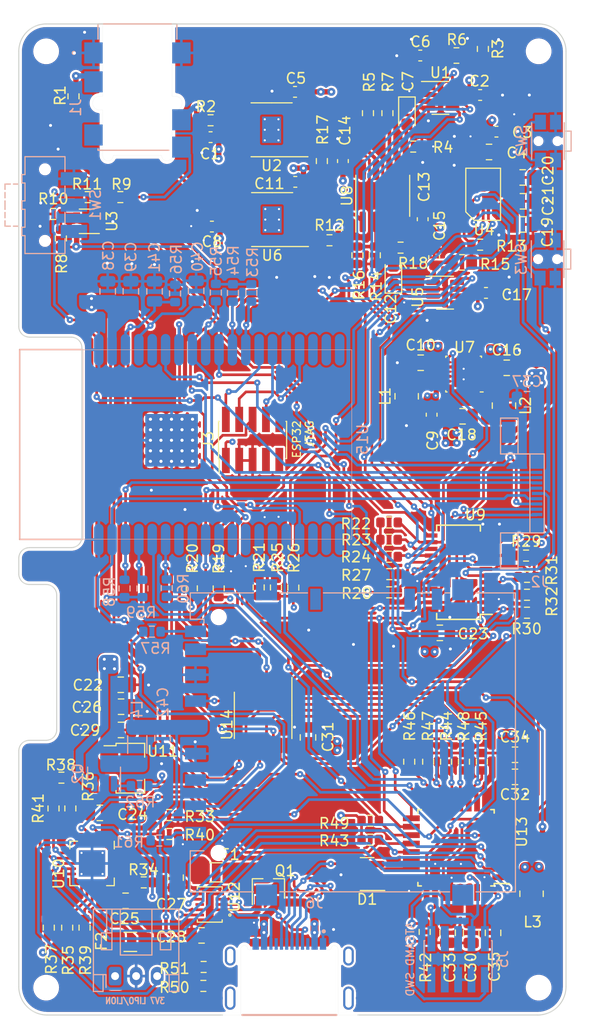
<source format=kicad_pcb>
(kicad_pcb (version 20221018) (generator pcbnew)

  (general
    (thickness 1.566672)
  )

  (paper "A4")
  (layers
    (0 "F.Cu" signal)
    (1 "In1.Cu" signal)
    (2 "In2.Cu" signal)
    (31 "B.Cu" signal)
    (32 "B.Adhes" user "B.Adhesive")
    (33 "F.Adhes" user "F.Adhesive")
    (34 "B.Paste" user)
    (35 "F.Paste" user)
    (36 "B.SilkS" user "B.Silkscreen")
    (37 "F.SilkS" user "F.Silkscreen")
    (38 "B.Mask" user)
    (39 "F.Mask" user)
    (40 "Dwgs.User" user "User.Drawings")
    (41 "Cmts.User" user "User.Comments")
    (42 "Eco1.User" user "User.Eco1")
    (43 "Eco2.User" user "User.Eco2")
    (44 "Edge.Cuts" user)
    (45 "Margin" user)
    (46 "B.CrtYd" user "B.Courtyard")
    (47 "F.CrtYd" user "F.Courtyard")
    (48 "B.Fab" user)
    (49 "F.Fab" user)
    (50 "User.1" user)
    (51 "User.2" user)
    (52 "User.3" user)
    (53 "User.4" user)
    (54 "User.5" user)
    (55 "User.6" user)
    (56 "User.7" user)
    (57 "User.8" user)
    (58 "User.9" user)
  )

  (setup
    (stackup
      (layer "F.SilkS" (type "Top Silk Screen") (color "White"))
      (layer "F.Paste" (type "Top Solder Paste"))
      (layer "F.Mask" (type "Top Solder Mask") (color "Purple") (thickness 0.0254))
      (layer "F.Cu" (type "copper") (thickness 0.04318))
      (layer "dielectric 1" (type "prepreg") (thickness 0.202184) (material "FR408-HR") (epsilon_r 3.69) (loss_tangent 0.0091))
      (layer "In1.Cu" (type "copper") (thickness 0.017272))
      (layer "dielectric 2" (type "core") (thickness 0.9906) (material "FR408-HR") (epsilon_r 3.69) (loss_tangent 0.0091))
      (layer "In2.Cu" (type "copper") (thickness 0.017272))
      (layer "dielectric 3" (type "prepreg") (thickness 0.202184) (material "FR408-HR") (epsilon_r 3.69) (loss_tangent 0.0091))
      (layer "B.Cu" (type "copper") (thickness 0.04318))
      (layer "B.Mask" (type "Bottom Solder Mask") (color "Purple") (thickness 0.0254))
      (layer "B.Paste" (type "Bottom Solder Paste"))
      (layer "B.SilkS" (type "Bottom Silk Screen") (color "White"))
      (copper_finish "ENIG")
      (dielectric_constraints no)
    )
    (pad_to_mask_clearance 0.0508)
    (aux_axis_origin 117.25 51)
    (grid_origin 117.25 51)
    (pcbplotparams
      (layerselection 0x00010fc_ffffffff)
      (plot_on_all_layers_selection 0x0000000_00000000)
      (disableapertmacros false)
      (usegerberextensions true)
      (usegerberattributes true)
      (usegerberadvancedattributes true)
      (creategerberjobfile true)
      (dashed_line_dash_ratio 12.000000)
      (dashed_line_gap_ratio 3.000000)
      (svgprecision 6)
      (plotframeref false)
      (viasonmask false)
      (mode 1)
      (useauxorigin false)
      (hpglpennumber 1)
      (hpglpenspeed 20)
      (hpglpendiameter 15.000000)
      (dxfpolygonmode true)
      (dxfimperialunits true)
      (dxfusepcbnewfont true)
      (psnegative false)
      (psa4output false)
      (plotreference true)
      (plotvalue true)
      (plotinvisibletext false)
      (sketchpadsonfab false)
      (subtractmaskfromsilk false)
      (outputformat 1)
      (mirror false)
      (drillshape 0)
      (scaleselection 1)
      (outputdirectory "gerbers")
    )
  )

  (net 0 "")
  (net 1 "GND")
  (net 2 "/ESP_EN")
  (net 3 "BAT_LEVEL")
  (net 4 "SYS_POWER")
  (net 5 "USB.DP")
  (net 6 "USB.DN")
  (net 7 "~{3.5mm_DETECT}")
  (net 8 "/JTAG.TMS")
  (net 9 "/JTAG.TCK")
  (net 10 "/JTAG.TDO")
  (net 11 "/JTAG.TDI")
  (net 12 "/SWD.SWDIO")
  (net 13 "/SWD.SWCLK")
  (net 14 "/SWD.RESET")
  (net 15 "/Power/NTC")
  (net 16 "~{CHG_PWR_OK}")
  (net 17 "I2C.SCL")
  (net 18 "/Power/VBUS_RAW")
  (net 19 "I2C.SDA")
  (net 20 "ESP_SPI.PICO")
  (net 21 "/Peripherals/~{DISPLAY_RST}")
  (net 22 "ESP_SPI.SCLK")
  (net 23 "ESP_SPI.DISPLAY_CS")
  (net 24 "DISPLAY_LED_EN")
  (net 25 "DAC.SCK")
  (net 26 "/ESP_BOOT")
  (net 27 "~{SD_VDD_EN}")
  (net 28 "/UART.ESP.TX")
  (net 29 "ESP_SPI.POCI")
  (net 30 "DAC.DATA")
  (net 31 "DAC.BCK")
  (net 32 "ESP_SPI.SD_CS")
  (net 33 "DAC.LRCK")
  (net 34 "SAMD_SPI.POCI")
  (net 35 "/UART.ESP.RX")
  (net 36 "SAMD_SPI.CS")
  (net 37 "SAMD_SPI.PICO")
  (net 38 "/~{SAMD_INT}")
  (net 39 "SAMD_SPI.SCLK")
  (net 40 "CHG_SEL")
  (net 41 "AMP_EN")
  (net 42 "/Power/VBUS_SWITCHED")
  (net 43 "~{GPIO_INT}")
  (net 44 "USB_TCC0")
  (net 45 "USB_TCC1")
  (net 46 "KEY_LOCK")
  (net 47 "CHG_STAT1")
  (net 48 "CHG_STAT2")
  (net 49 "~{TOUCH_INT}")
  (net 50 "DISPLAY_DR")
  (net 51 "+3V3")
  (net 52 "+5VA")
  (net 53 "-5VA")
  (net 54 "KEY_VOL_UP")
  (net 55 "Net-(J7-Pin_1)")
  (net 56 "Net-(J1-Pad2)")
  (net 57 "Net-(J1-Pad3)")
  (net 58 "/Audio/TIP_SW")
  (net 59 "KEY_VOL_DOWN")
  (net 60 "Net-(J4-CD{slash}DAT3)")
  (net 61 "Net-(J4-CMD)")
  (net 62 "Net-(J4-CLK)")
  (net 63 "Net-(J4-DAT0)")
  (net 64 "Net-(J4-DAT1)")
  (net 65 "Net-(J4-DAT2)")
  (net 66 "unconnected-(J1-Pad6)")
  (net 67 "/Power/CC1")
  (net 68 "/Power/CC2")
  (net 69 "Net-(U1-A)")
  (net 70 "Net-(U1-W)")
  (net 71 "Net-(U8B-+)")
  (net 72 "Net-(U5-W)")
  (net 73 "Net-(U8A-+)")
  (net 74 "Net-(U5-A)")
  (net 75 "Net-(U4-VQ)")
  (net 76 "Net-(U4-FIL+)")
  (net 77 "Net-(U10-V_{BAT_SENSE})")
  (net 78 "~{VOL_ZCEN}")
  (net 79 "VOL_UP_~{DOWN}")
  (net 80 "~{VOL_R_CS}")
  (net 81 "~{VOL_L_CS}")
  (net 82 "Net-(U13-VDDCORE)")
  (net 83 "unconnected-(J3-UART_TX-Pad7)")
  (net 84 "unconnected-(J3-UART_RX-Pad9)")
  (net 85 "unconnected-(J3-nRst-Pad10)")
  (net 86 "unconnected-(J5-TDO-Pad6)")
  (net 87 "unconnected-(J5-UART_TX-Pad7)")
  (net 88 "unconnected-(J5-TDI-Pad8)")
  (net 89 "unconnected-(J6-SBU1-PadA8)")
  (net 90 "unconnected-(J6-SBU2-PadB8)")
  (net 91 "Net-(C27-Pad1)")
  (net 92 "Net-(U7-SWN)")
  (net 93 "Net-(U7-SWP)")
  (net 94 "Net-(Q2-D)")
  (net 95 "Net-(Q1-G)")
  (net 96 "Net-(U6-OUT)")
  (net 97 "Net-(U2-OUT)")
  (net 98 "Net-(U4-AOUTL)")
  (net 99 "Net-(U8B--)")
  (net 100 "Net-(U3--)")
  (net 101 "Net-(U3-+)")
  (net 102 "Net-(U6-BW)")
  (net 103 "Net-(U4-AOUTR)")
  (net 104 "Net-(U8A--)")
  (net 105 "Net-(U2-BW)")
  (net 106 "Net-(U14E-~{OE})")
  (net 107 "Net-(U14E-S)")
  (net 108 "Net-(U10-VPCC)")
  (net 109 "Net-(U10-CE)")
  (net 110 "Net-(U10-PROG3)")
  (net 111 "Net-(U10-PROG2)")
  (net 112 "Net-(U10-PROG1)")
  (net 113 "unconnected-(SW1-A-Pad1)")
  (net 114 "unconnected-(U2-NC-Pad2)")
  (net 115 "Net-(U2-IN)")
  (net 116 "unconnected-(U2-NC-Pad5)")
  (net 117 "unconnected-(U2-NC-Pad8)")
  (net 118 "unconnected-(U6-NC-Pad2)")
  (net 119 "Net-(U6-IN)")
  (net 120 "unconnected-(U6-NC-Pad5)")
  (net 121 "unconnected-(U6-NC-Pad8)")
  (net 122 "unconnected-(U9-IO0_6-Pad10)")
  (net 123 "unconnected-(U9-IO1_6-Pad19)")
  (net 124 "unconnected-(U9-IO1_7-Pad20)")
  (net 125 "unconnected-(U12-ORIENT-Pad8)")
  (net 126 "unconnected-(U12-SWMONI-Pad9)")
  (net 127 "unconnected-(U13-SERCOM3.1-Pad22)")
  (net 128 "unconnected-(U15-I39{slash}NOINT-Pad5)")
  (net 129 "unconnected-(U15-SHD{slash}SD2-Pad17)")
  (net 130 "unconnected-(U15-SWP{slash}SD3-Pad18)")
  (net 131 "unconnected-(U15-SCS{slash}CMD-Pad19)")
  (net 132 "unconnected-(U15-SCK{slash}CLK-Pad20)")
  (net 133 "unconnected-(U15-SDO{slash}SD0-Pad21)")
  (net 134 "unconnected-(U15-SDI{slash}SD1-Pad22)")
  (net 135 "unconnected-(U15-IO16-Pad27)")
  (net 136 "unconnected-(U15-IO17-Pad28)")
  (net 137 "unconnected-(U15-NC-Pad32)")
  (net 138 "Net-(U13-VDDIN)")
  (net 139 "Net-(J4-VDD)")

  (footprint "Package_TO_SOT_SMD:TSOT-23" (layer "F.Cu") (at 141.2 133.6 90))

  (footprint "Fuse:Fuse_1206_3216Metric" (layer "F.Cu") (at 128.1 138.65))

  (footprint "Resistor_SMD:R_0603_1608Metric" (layer "F.Cu") (at 141.936497 104.985071 90))

  (footprint "MountingHole:MountingHole_2.2mm_M2" (layer "F.Cu") (at 166.9 143))

  (footprint "Inductor_SMD:L_1008_2520Metric" (layer "F.Cu") (at 154.359495 86.82128 90))

  (footprint "Capacitor_SMD:C_0805_2012Metric" (layer "F.Cu") (at 125.2 126.4 180))

  (footprint "Resistor_SMD:R_0603_1608Metric" (layer "F.Cu") (at 122.7 58.325 90))

  (footprint "Resistor_SMD:R_0603_1608Metric" (layer "F.Cu") (at 122.1 137.3 -90))

  (footprint "Package_DFN_QFN:QFN-20-1EP_4x4mm_P0.5mm_EP2.5x2.5mm_ThermalVias" (layer "F.Cu") (at 124.4625 131.2 -90))

  (footprint "Capacitor_SMD:C_0805_2012Metric" (layer "F.Cu") (at 127.65 134.75))

  (footprint "Capacitor_SMD:C_0603_1608Metric" (layer "F.Cu") (at 155.65 54.45 180))

  (footprint "Package_SO:SSOP-24_3.9x8.7mm_P0.635mm" (layer "F.Cu") (at 159.283585 103.539839 180))

  (footprint "Resistor_SMD:R_0603_1608Metric" (layer "F.Cu") (at 150.895998 127.14459))

  (footprint "Resistor_SMD:R_0603_1608Metric" (layer "F.Cu") (at 161.340564 72.419212 180))

  (footprint "Capacitor_SMD:C_0603_1608Metric" (layer "F.Cu") (at 156.730823 88.571527 -90))

  (footprint "Resistor_SMD:R_0603_1608Metric" (layer "F.Cu") (at 120.35 137.3 90))

  (footprint "Capacitor_SMD:C_0805_2012Metric" (layer "F.Cu") (at 165.406837 68.296512))

  (footprint "Capacitor_SMD:C_0805_2012Metric" (layer "F.Cu") (at 165.381837 66.031512))

  (footprint "Resistor_SMD:R_0603_1608Metric" (layer "F.Cu") (at 165.791164 107.382484 180))

  (footprint "Capacitor_SMD:C_0805_2012Metric" (layer "F.Cu") (at 127.188526 114.226014))

  (footprint "Resistor_SMD:R_0603_1608Metric" (layer "F.Cu") (at 135.725 60.6 180))

  (footprint "Resistor_SMD:R_0603_1608Metric" (layer "F.Cu") (at 152.683992 100.448918 180))

  (footprint "Capacitor_SMD:C_0805_2012Metric" (layer "F.Cu") (at 165.406837 70.496512))

  (footprint "Capacitor_SMD:C_0603_1608Metric" (layer "F.Cu") (at 155.88 70 90))

  (footprint "Resistor_SMD:R_0603_1608Metric" (layer "F.Cu") (at 152.689047 102.065251 180))

  (footprint "Resistor_SMD:R_0603_1608Metric" (layer "F.Cu") (at 121.55 123.05 180))

  (footprint "Capacitor_SMD:C_0603_1608Metric" (layer "F.Cu") (at 156.97 73.6 90))

  (footprint "Resistor_SMD:R_0603_1608Metric" (layer "F.Cu") (at 120.775 69.5))

  (footprint "Capacitor_SMD:C_0603_1608Metric" (layer "F.Cu") (at 135.725 62.205 180))

  (footprint "Resistor_SMD:R_0603_1608Metric" (layer "F.Cu") (at 152.707828 103.714918 180))

  (footprint "footprints:BD91N01NUX-E2" (layer "F.Cu") (at 135.6475 135.099874 180))

  (footprint "Capacitor_SMD:C_0603_1608Metric" (layer "F.Cu") (at 162.88925 61.681681))

  (footprint "Capacitor_SMD:C_0603_1608Metric" (layer "F.Cu") (at 135.85 70.7 180))

  (footprint "Resistor_SMD:R_0603_1608Metric" (layer "F.Cu") (at 123.75 137.3 -90))

  (footprint "Capacitor_SMD:C_0805_2012Metric" (layer "F.Cu") (at 158.250275 137.782994 90))

  (footprint "Resistor_SMD:R_0603_1608Metric" (layer "F.Cu") (at 120.8 125.975 -90))

  (footprint "Resistor_SMD:R_0603_1608Metric" (layer "F.Cu") (at 146.3 64.475 -90))

  (footprint "NetTie:NetTie-2_SMD_Pad0.5mm" (layer "F.Cu") (at 165.897852 128.50835 180))

  (footprint "Resistor_SMD:R_0603_1608Metric" (layer "F.Cu") (at 153.78 72.7 180))

  (footprint "Resistor_SMD:R_0603_1608Metric" (layer "F.Cu") (at 127.15 67.9 180))

  (footprint "Capacitor_SMD:C_0603_1608Metric" (layer "F.Cu") (at 143.75 57.9 180))

  (footprint "Capacitor_SMD:C_0805_2012Metric" (layer "F.Cu") (at 132.4 132.55 -90))

  (footprint "Capacitor_SMD:C_0603_1608Metric" (layer "F.Cu")
    (tstamp 672b3d75-0607-4e60-b0a9-54993d255b03)
    (at 143.775 66.45 180)
    (descr "Capacitor SMD 0603 (1608 Metric), square (rectangular) end terminal, IPC_7351 nominal, (Body size source: IPC-SM-782 page 76, https://www.pcb-3d.com/wordpress/wp-content/uploads/ipc-sm-782a_amendment_1_and_2.pdf), generated with kicad-footprint-generator")
    (tags "capacitor")
    (property "MPN" "EMK107BJ104KAHT")
    (property "PN" "")
    (property "Sheetfile" "audio.kicad_sch")
    (property "Sheetname" "Audio")
    (property "ki_description" "Unpolarized capacitor, small symbol")
    (property "ki_keywords" "capacitor cap")
    (path "/aa634b70-9cb7-4291-a4a8-f65abc12d546/6abd0096-84ee-4b50-a604-a4876d9e4da9")
    (attr smd)
    (fp_text reference "C11" (at 2.458957 -0.170844) (layer "F.SilkS")
        (effects (font (size 1 1) (thickness 0.15)))
      (tstamp eb2a0d2f-b19c-4f6e-9287-ff2a409b09fa)
    )
    (fp_text value "0.1uF" (at 0 1.43) (layer "F.Fab")
        (effects (font (size 1 1) (thickness 0.15)))
      (tstamp f5e6af69-0349-4e5f-a449-df325aa41a54)
    )
    (fp_text user "${REFERENCE}" (at 0 0) (layer "F.Fab")
        (effects (font (size 0.4 0.4) (thickness 0.06)))
      (tstamp b49be013-e6a3-44f8-9d04-8ef9d79c0c92)
    )
    (fp_line (start -0.14058 -0.51) (end 0.14058 -0.51)
      (stroke (width 0.12) (type solid)) (layer "F.SilkS") (tstamp 0bee6769-84cb-4c6d-a09b-c088918cf1ae))
    (fp_line (start -0.14058 0.51) (end 0.14058 0.51)
      (stroke (width 0.12) (type solid)) (layer "F.SilkS") (tstamp 5dacb1c2-70db-4da2-bea7-9bd6c542f993))
    (fp_line (start -1.48 -0.73) (end 1.48 -0.73)
      (stroke (width 0.05) (type solid)) (layer "F.CrtYd") (tstamp 0
... [4047920 chars truncated]
</source>
